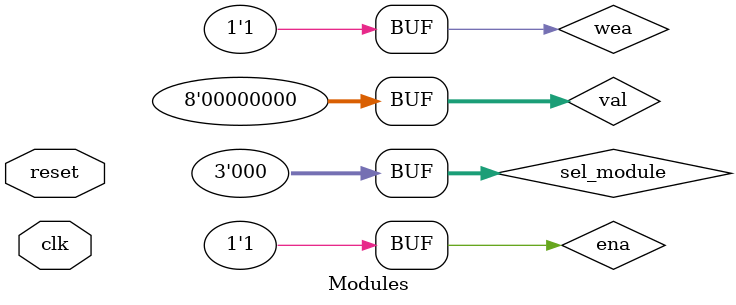
<source format=v>
`timescale 1ns / 1ps


module Modules( 
input clk, 
input reset
);          //output signals for brightness

wire [7:0] val = 0;
wire [2:0] sel_module = 3'b000;
wire ena = 1;
wire wea = 1;

bram_image bram(
    .clka(clk),
    .ena(ena),
    .wea(wea),
    .addra(),
    .dina(),
    .douta()
  );

reg[8:0] red_x, green_x, blue_x;

 always @(posedge clk)
    begin
        if(sel_module == 3'b000) begin
            if(reset) begin
                red_o <= 0;
                green_o <= 0;
                blue_o <= 0;
                done_out <= 0;
            end else begin
                if(done_in == 1)begin
                    red_o <= (red >> 2) + (red >> 5) + (green >> 1) + (green >> 4)+ (blue >> 4) + (blue >> 5);
                    green_o <= (red >> 2) + (red >> 5) + (green >> 1) + (green >> 4)+ (blue >> 4) + (blue >> 5);
                    blue_o <= (red >> 2) + (red >> 5) + (green >> 1) + (green >> 4)+ (blue >> 4) + (blue >> 5);
                    //$display("%d", gray);
                    done_out <= 1;
                end else begin
                    red_o <= 0;
                    blue_o <= 0;
                    green_o <= 0;
                    done_out <= 0;
                end
        end 
        end else if(sel_module == 3'b001) begin
            if(reset) begin
                red_o <= 0;
                green_o <= 0;
                blue_o <= 0;
                done_out <= 0;
            end else begin
                if(done_in == 1)begin
                    red_x = red + val;
                    green_x = green + val;
                    blue_x = blue + val;
                    if(red_x > 255)begin
                        red_o <= 255;
                    end else begin
                        red_o <= red_x;
                    end
                    if(green_x > 255)begin
                        green_o <= 255;
                    end else begin
                        green_o <= green_x;
                    end
                    if(blue_x > 255)begin
                        blue_o <= 255;
                    end else begin
                        blue_o <= blue_x;
                    end
                    done_out <= 1;
//                    $display("red-%d;blue-%d;green-%d", red, blue, green);
//                    $display("red_o-%d;blue_o-%d;green_o-%d", red_o, blue_o, green_o);
                end else begin
                    red_o <= 0;
                    green_o <= 0;
                    blue_o <= 0;
                    done_out <= 0;
                end
            end
        end else if(sel_module == 3'b010) begin
            if(reset) begin
                red_o <= 0;
                green_o <= 0;
                blue_o <= 0;
                done_out <= 0;
            end else begin
                if(done_in == 1)begin
                    red_x = red - val;
                    green_x = green - val;
                    blue_x = blue - val;
                    if(red_x > 255)begin
                        red_o = 0;
                    end else begin
                        red_o = red_x;
                    end
                    if(green_x > 255)begin
                        green_o = 0;
                    end else begin
                        green_o = green_x;
                    end
                    if(blue_x > 255)begin
                        blue_o = 0;
                    end else begin
                        blue_o = blue_x;
                    end
                    done_out <= 1;
                end else begin
                    red_o <= 0;
                    green_o <= 0;
                    blue_o <= 0;
                    done_out <= 0;
                end
            end
        end 
        else if(sel_module == 3'b011) begin
			if(reset) begin
                red_o <= 0;
				green_o <= 0;
				blue_o <= 0;
                done_out <= 0;
            end
            else begin
                if(done_in == 1)begin
                    red_o <= 255 - red;
					green_o <= 255 - green;
					blue_o <= 255 - blue;
                    done_out <= 1;
                end 
                else begin
                    red_o <= 0;
					green_o <= 0;
					blue_o <= 0;
                    done_out <= 0;
                end
		   end
        end else if(sel_module == 3'b100) begin
            if(reset) begin
                red_o <= 0;
                green_o <= 0;
                blue_o <= 0;
                done_out <= 0;
            end
            else begin
                if(done_in == 1)begin
                    red_o <= 0;
                    green_o <= green;
                    blue_o <= blue;
                    done_out <= 1;
                end 
                else begin
                    red_o <= 0;
                    green_o <= 0;
                    blue_o <= 0;
                    done_out <= 0;
                end
           end
        end else if(sel_module == 3'b101) begin
            if(reset) begin
                red_o <= 0;
                green_o <= 0;
                blue_o <= 0;
                done_out <= 0;
            end
            else begin
                if(done_in == 1)begin
                    red_o <= red;
                    green_o <= 0;
                    blue_o <= blue;
                    done_out <= 1;
                end 
                else begin
                    red_o <= 0;
                    green_o <= 0;
                    blue_o <= 0;
                    done_out <= 0;
                end
           end
        end else if(sel_module == 3'b110) begin
            if(reset) begin
                red_o <= 0;
                green_o <= 0;
                blue_o <= 0;
                done_out <= 0;
            end
            else begin
                if(done_in == 1)begin
                    red_o <= red;
                    green_o <= green;
                    blue_o <= 0;
                    done_out <= 1;
                end 
                else begin
                    red_o <= 0;
                    green_o <= 0;
                    blue_o <= 0;
                    done_out <= 0;
                end
           end
        end else if(sel_module == 3'b111) begin
            if(reset) begin
                red_o <= 0;
                green_o <= 0;
                blue_o <= 0;
                done_out <= 0;
            end
            else begin
                if(done_in == 1)begin
                    red_o <= red;
                    green_o <= green;
                    blue_o <= blue;
                    done_out <= 1;
                end 
                else begin
                    red_o <= 0;
                    green_o <= 0;
                    blue_o <= 0;
                    done_out <= 0;
                end
           end
        end
        
    end

endmodule
</source>
